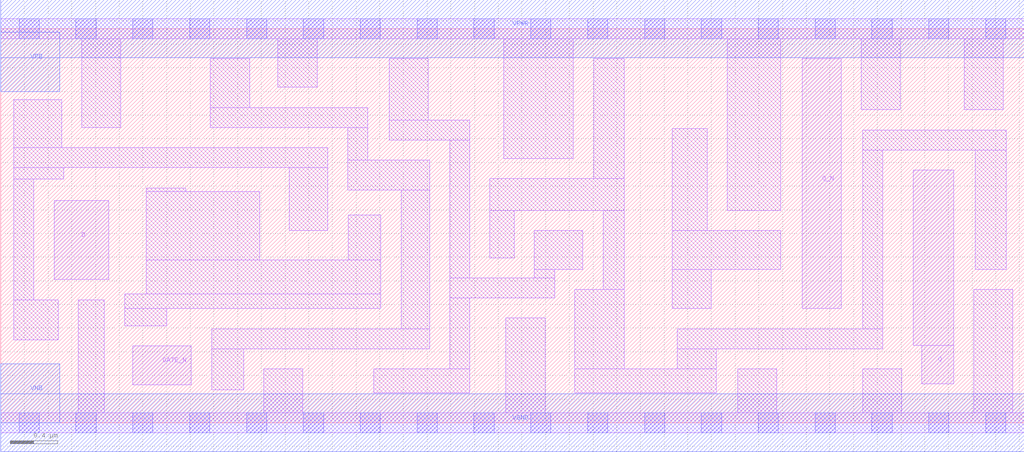
<source format=lef>
# Copyright 2020 The SkyWater PDK Authors
#
# Licensed under the Apache License, Version 2.0 (the "License");
# you may not use this file except in compliance with the License.
# You may obtain a copy of the License at
#
#     https://www.apache.org/licenses/LICENSE-2.0
#
# Unless required by applicable law or agreed to in writing, software
# distributed under the License is distributed on an "AS IS" BASIS,
# WITHOUT WARRANTIES OR CONDITIONS OF ANY KIND, either express or implied.
# See the License for the specific language governing permissions and
# limitations under the License.
#
# SPDX-License-Identifier: Apache-2.0

VERSION 5.5 ;
NAMESCASESENSITIVE ON ;
BUSBITCHARS "[]" ;
DIVIDERCHAR "/" ;
MACRO sky130_fd_sc_lp__dlxbn_2
  CLASS CORE ;
  SOURCE USER ;
  ORIGIN  0.000000  0.000000 ;
  SIZE  8.640000 BY  3.330000 ;
  SYMMETRY X Y R90 ;
  SITE unit ;
  PIN D
    ANTENNAGATEAREA  0.159000 ;
    DIRECTION INPUT ;
    USE SIGNAL ;
    PORT
      LAYER li1 ;
        RECT 0.450000 1.210000 0.910000 1.880000 ;
    END
  END D
  PIN Q
    ANTENNADIFFAREA  0.588000 ;
    DIRECTION OUTPUT ;
    USE SIGNAL ;
    PORT
      LAYER li1 ;
        RECT 7.705000 0.655000 8.045000 2.135000 ;
        RECT 7.775000 0.330000 8.045000 0.655000 ;
    END
  END Q
  PIN Q_N
    ANTENNADIFFAREA  0.588000 ;
    DIRECTION OUTPUT ;
    USE SIGNAL ;
    PORT
      LAYER li1 ;
        RECT 6.765000 0.965000 7.095000 3.075000 ;
    END
  END Q_N
  PIN GATE_N
    ANTENNAGATEAREA  0.159000 ;
    DIRECTION INPUT ;
    USE CLOCK ;
    PORT
      LAYER li1 ;
        RECT 1.115000 0.320000 1.610000 0.650000 ;
    END
  END GATE_N
  PIN VGND
    DIRECTION INOUT ;
    USE GROUND ;
    PORT
      LAYER met1 ;
        RECT 0.000000 -0.245000 8.640000 0.245000 ;
    END
  END VGND
  PIN VNB
    DIRECTION INOUT ;
    USE GROUND ;
    PORT
      LAYER met1 ;
        RECT 0.000000 0.000000 0.500000 0.500000 ;
    END
  END VNB
  PIN VPB
    DIRECTION INOUT ;
    USE POWER ;
    PORT
      LAYER met1 ;
        RECT 0.000000 2.800000 0.500000 3.300000 ;
    END
  END VPB
  PIN VPWR
    DIRECTION INOUT ;
    USE POWER ;
    PORT
      LAYER met1 ;
        RECT 0.000000 3.085000 8.640000 3.575000 ;
    END
  END VPWR
  OBS
    LAYER li1 ;
      RECT 0.000000 -0.085000 8.640000 0.085000 ;
      RECT 0.000000  3.245000 8.640000 3.415000 ;
      RECT 0.110000  0.700000 0.485000 1.040000 ;
      RECT 0.110000  1.040000 0.280000 2.060000 ;
      RECT 0.110000  2.060000 0.530000 2.155000 ;
      RECT 0.110000  2.155000 2.760000 2.325000 ;
      RECT 0.110000  2.325000 0.515000 2.730000 ;
      RECT 0.655000  0.085000 0.875000 1.040000 ;
      RECT 0.685000  2.495000 1.015000 3.245000 ;
      RECT 1.045000  0.820000 1.400000 0.965000 ;
      RECT 1.045000  0.965000 3.210000 1.090000 ;
      RECT 1.230000  1.090000 3.210000 1.375000 ;
      RECT 1.230000  1.375000 2.185000 1.955000 ;
      RECT 1.230000  1.955000 1.560000 1.985000 ;
      RECT 1.770000  2.495000 3.100000 2.665000 ;
      RECT 1.770000  2.665000 2.100000 3.075000 ;
      RECT 1.780000  0.280000 2.050000 0.625000 ;
      RECT 1.780000  0.625000 3.620000 0.795000 ;
      RECT 2.220000  0.085000 2.550000 0.455000 ;
      RECT 2.340000  2.835000 2.670000 3.245000 ;
      RECT 2.435000  1.625000 2.760000 2.155000 ;
      RECT 2.930000  1.965000 3.620000 2.220000 ;
      RECT 2.930000  2.220000 3.100000 2.495000 ;
      RECT 2.935000  1.375000 3.210000 1.755000 ;
      RECT 3.150000  0.255000 3.960000 0.455000 ;
      RECT 3.280000  2.390000 3.960000 2.560000 ;
      RECT 3.280000  2.560000 3.610000 3.075000 ;
      RECT 3.380000  0.795000 3.620000 1.965000 ;
      RECT 3.790000  0.455000 3.960000 1.055000 ;
      RECT 3.790000  1.055000 4.675000 1.225000 ;
      RECT 3.790000  1.225000 3.960000 2.390000 ;
      RECT 4.130000  1.395000 4.335000 1.795000 ;
      RECT 4.130000  1.795000 5.265000 2.065000 ;
      RECT 4.245000  2.235000 4.835000 3.245000 ;
      RECT 4.265000  0.085000 4.595000 0.885000 ;
      RECT 4.505000  1.225000 4.675000 1.295000 ;
      RECT 4.505000  1.295000 4.915000 1.625000 ;
      RECT 4.845000  0.255000 6.040000 0.455000 ;
      RECT 4.845000  0.455000 5.265000 1.125000 ;
      RECT 5.005000  2.065000 5.265000 3.075000 ;
      RECT 5.085000  1.125000 5.265000 1.795000 ;
      RECT 5.670000  0.965000 6.000000 1.295000 ;
      RECT 5.670000  1.295000 6.585000 1.625000 ;
      RECT 5.670000  1.625000 5.965000 2.485000 ;
      RECT 5.710000  0.455000 6.040000 0.625000 ;
      RECT 5.710000  0.625000 7.445000 0.795000 ;
      RECT 6.135000  1.795000 6.585000 3.245000 ;
      RECT 6.220000  0.085000 6.550000 0.455000 ;
      RECT 7.265000  2.645000 7.595000 3.245000 ;
      RECT 7.275000  0.085000 7.605000 0.455000 ;
      RECT 7.275000  0.795000 7.445000 2.305000 ;
      RECT 7.275000  2.305000 8.490000 2.475000 ;
      RECT 8.135000  2.645000 8.465000 3.245000 ;
      RECT 8.215000  0.085000 8.545000 1.125000 ;
      RECT 8.225000  1.295000 8.490000 2.305000 ;
    LAYER mcon ;
      RECT 0.155000 -0.085000 0.325000 0.085000 ;
      RECT 0.155000  3.245000 0.325000 3.415000 ;
      RECT 0.635000 -0.085000 0.805000 0.085000 ;
      RECT 0.635000  3.245000 0.805000 3.415000 ;
      RECT 1.115000 -0.085000 1.285000 0.085000 ;
      RECT 1.115000  3.245000 1.285000 3.415000 ;
      RECT 1.595000 -0.085000 1.765000 0.085000 ;
      RECT 1.595000  3.245000 1.765000 3.415000 ;
      RECT 2.075000 -0.085000 2.245000 0.085000 ;
      RECT 2.075000  3.245000 2.245000 3.415000 ;
      RECT 2.555000 -0.085000 2.725000 0.085000 ;
      RECT 2.555000  3.245000 2.725000 3.415000 ;
      RECT 3.035000 -0.085000 3.205000 0.085000 ;
      RECT 3.035000  3.245000 3.205000 3.415000 ;
      RECT 3.515000 -0.085000 3.685000 0.085000 ;
      RECT 3.515000  3.245000 3.685000 3.415000 ;
      RECT 3.995000 -0.085000 4.165000 0.085000 ;
      RECT 3.995000  3.245000 4.165000 3.415000 ;
      RECT 4.475000 -0.085000 4.645000 0.085000 ;
      RECT 4.475000  3.245000 4.645000 3.415000 ;
      RECT 4.955000 -0.085000 5.125000 0.085000 ;
      RECT 4.955000  3.245000 5.125000 3.415000 ;
      RECT 5.435000 -0.085000 5.605000 0.085000 ;
      RECT 5.435000  3.245000 5.605000 3.415000 ;
      RECT 5.915000 -0.085000 6.085000 0.085000 ;
      RECT 5.915000  3.245000 6.085000 3.415000 ;
      RECT 6.395000 -0.085000 6.565000 0.085000 ;
      RECT 6.395000  3.245000 6.565000 3.415000 ;
      RECT 6.875000 -0.085000 7.045000 0.085000 ;
      RECT 6.875000  3.245000 7.045000 3.415000 ;
      RECT 7.355000 -0.085000 7.525000 0.085000 ;
      RECT 7.355000  3.245000 7.525000 3.415000 ;
      RECT 7.835000 -0.085000 8.005000 0.085000 ;
      RECT 7.835000  3.245000 8.005000 3.415000 ;
      RECT 8.315000 -0.085000 8.485000 0.085000 ;
      RECT 8.315000  3.245000 8.485000 3.415000 ;
  END
END sky130_fd_sc_lp__dlxbn_2
END LIBRARY

</source>
